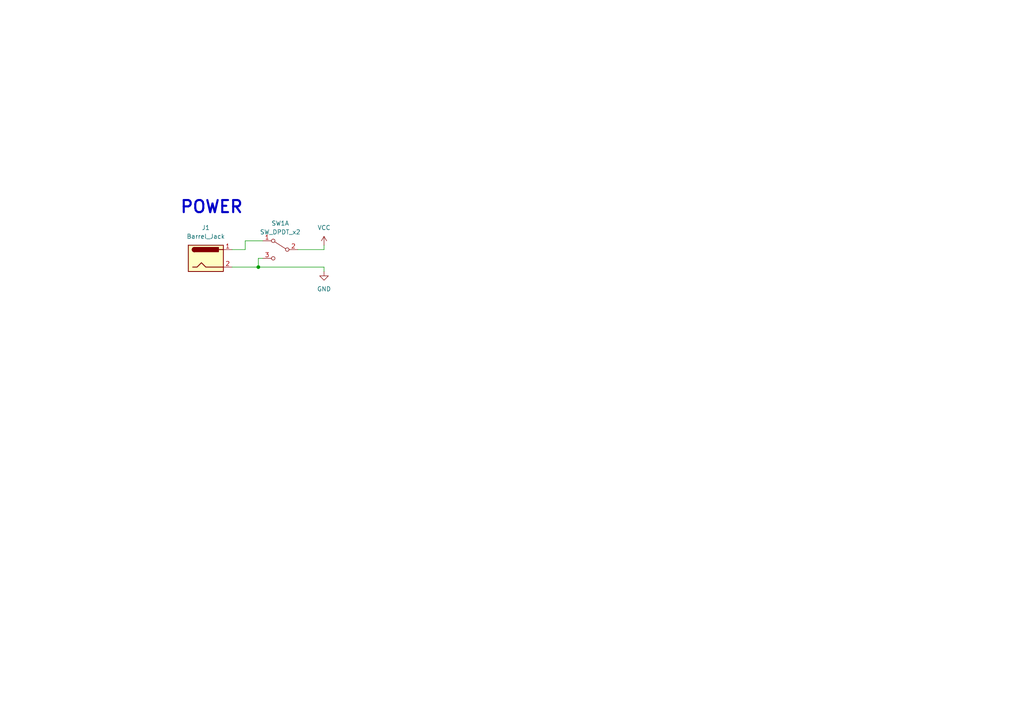
<source format=kicad_sch>
(kicad_sch (version 20230121) (generator eeschema)
  (paper "A4")
  (lib_symbols
    (symbol "Connector:Barrel_Jack" (pin_names (offset 1.016))
      (property "Reference" "J" (at 0 5.334 0))
      (property "Value" "Barrel_Jack" (at 0 -5.08 0))
      (symbol "Barrel_Jack_0_1"
        (rectangle (start -5.08 3.81) (end 5.08 -3.81) (stroke (width 0.254)) (fill (type background)))
        (arc (start -3.302 3.175) (mid -3.9343 2.54) (end -3.302 1.905) (stroke (width 0.254)))
        (arc (start -3.302 3.175) (mid -3.9343 2.54) (end -3.302 1.905) (stroke (width 0.254)) (fill (type outline)))
        (polyline (pts (xy 5.08 2.54) (xy 3.81 2.54)) (stroke (width 0.254)))
        (polyline (pts (xy -3.81 -2.54) (xy -2.54 -2.54) (xy -1.27 -1.27) (xy 0 -2.54) (xy 2.54 -2.54) (xy 5.08 -2.54)) (stroke (width 0.254)))
        (rectangle (start 3.683 3.175) (end -3.302 1.905) (stroke (width 0.254)) (fill (type outline)))
      )
      (symbol "Barrel_Jack_1_1"
        (pin passive line (at 7.62 2.54 180) (length 2.54) (name "~") (number "1"))
        (pin passive line (at 7.62 -2.54 180) (length 2.54) (name "~") (number "2"))
      )
    )
    (symbol "Switch:SW_DPDT_x2" (pin_names (offset 0) hide)
      (property "Reference" "SW" (at 0 4.318 0))
      (property "Value" "SW_DPDT_x2" (at 0 -5.08 0))
      (symbol "SW_DPDT_x2_0_0"
        (circle (center -2.032 0) (radius 0.508))
        (circle (center 2.032 -2.54) (radius 0.508))
      )
      (symbol "SW_DPDT_x2_0_1"
        (polyline (pts (xy -1.524 0.254) (xy 1.651 2.286)))
        (circle (center 2.032 2.54) (radius 0.508))
      )
      (symbol "SW_DPDT_x2_1_1"
        (pin passive line (at 5.08 2.54 180) (length 2.54) (name "A") (number "1"))
        (pin passive line (at -5.08 0 0) (length 2.54) (name "B") (number "2"))
        (pin passive line (at 5.08 -2.54 180) (length 2.54) (name "C") (number "3"))
      )
      (symbol "SW_DPDT_x2_2_1"
        (pin passive line (at 5.08 2.54 180) (length 2.54) (name "A") (number "4"))
        (pin passive line (at -5.08 0 0) (length 2.54) (name "B") (number "5"))
        (pin passive line (at 5.08 -2.54 180) (length 2.54) (name "C") (number "6"))
      )
    )
    (symbol "power:GND" (power) (pin_names (offset 0))
      (property "Value" "GND" (at 0 -3.81 0))
      (symbol "GND_0_1"
        (polyline (pts (xy 0 0) (xy 0 -1.27) (xy 1.27 -1.27) (xy 0 -2.54) (xy -1.27 -1.27) (xy 0 -1.27)))
      )
      (symbol "GND_1_1"
        (pin power_in line (at 0 0 270) (length 0) hide (name "GND") (number "1"))
      )
    )
    (symbol "power:VCC" (power) (pin_names (offset 0))
      (property "Value" "VCC" (at 0 3.81 0))
      (symbol "VCC_0_1"
        (polyline (pts (xy -0.762 1.27) (xy 0 2.54)))
        (polyline (pts (xy 0 0) (xy 0 2.54)))
        (polyline (pts (xy 0 2.54) (xy 0.762 1.27)))
      )
      (symbol "VCC_1_1"
        (pin power_in line (at 0 0 90) (length 0) hide (name "VCC") (number "1"))
      )
    )
  )
  (junction (at 74.93 77.47))
  (wire (pts (xy 74.93 74.93) (xy 74.93 77.47)))
  (wire (pts (xy 67.31 72.39) (xy 71.12 72.39)))
  (wire (pts (xy 67.31 77.47) (xy 74.93 77.47)))
  (wire (pts (xy 71.12 72.39) (xy 71.12 69.85)))
  (wire (pts (xy 71.12 69.85) (xy 76.2 69.85)))
  (wire (pts (xy 93.98 78.74) (xy 93.98 77.47)))
  (wire (pts (xy 93.98 77.47) (xy 74.93 77.47)))
  (wire (pts (xy 76.2 74.93) (xy 74.93 74.93)))
  (wire (pts (xy 86.36 72.39) (xy 93.98 72.39)))
  (wire (pts (xy 93.98 72.39) (xy 93.98 71.12)))
  (text "POWER" (at 52.07 62.23 0) (effects (font (size 3.5 3.5) (thickness 0.6) bold) (justify left bottom)))
  (symbol (lib_id "power:GND") (at 93.98 78.74 0) (unit 1)
    (property "Reference" "#PWR02" (effects hide))
    (property "Value" "GND" (at 93.98 83.82 0))
  )
  (symbol (lib_id "Connector:Barrel_Jack") (at 59.69 74.93 0) (unit 1)
    (property "Reference" "J1" (at 59.69 66.04 0))
    (property "Value" "Barrel_Jack" (at 59.69 68.58 0))
    (property "Footprint" "Connector_BarrelJack:BarrelJack_Horizontal" (effects hide))
  )
  (symbol (lib_id "power:VCC") (at 93.98 71.12 0) (unit 1)
    (property "Reference" "#PWR01" (effects hide))
    (property "Value" "VCC" (at 93.98 66.04 0))
  )
  (symbol (lib_id "Switch:SW_DPDT_x2") (at 81.28 72.39 0) (mirror y) (unit 1)
    (property "Reference" "SW1" (at 81.28 64.77 0))
    (property "Value" "SW_DPDT_x2" (at 81.28 67.31 0))
  )
)
</source>
